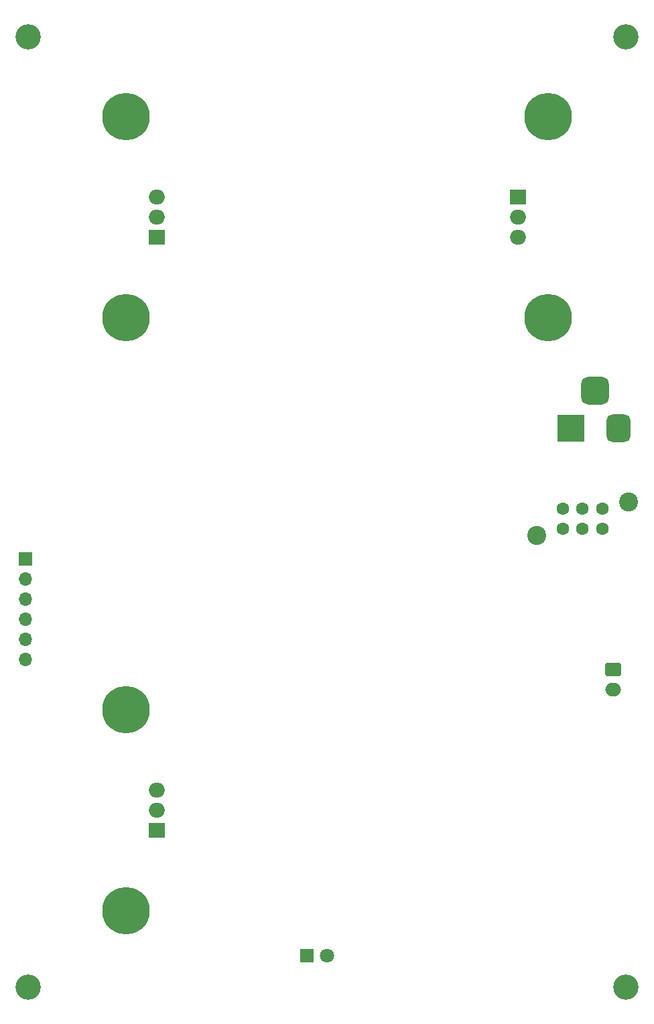
<source format=gbs>
G04 #@! TF.GenerationSoftware,KiCad,Pcbnew,8.0.8-2.fc41*
G04 #@! TF.CreationDate,2025-02-23T17:11:56+00:00*
G04 #@! TF.ProjectId,Power_supply,506f7765-725f-4737-9570-706c792e6b69,rev?*
G04 #@! TF.SameCoordinates,Original*
G04 #@! TF.FileFunction,Soldermask,Bot*
G04 #@! TF.FilePolarity,Negative*
%FSLAX46Y46*%
G04 Gerber Fmt 4.6, Leading zero omitted, Abs format (unit mm)*
G04 Created by KiCad (PCBNEW 8.0.8-2.fc41) date 2025-02-23 17:11:56*
%MOMM*%
%LPD*%
G01*
G04 APERTURE LIST*
G04 Aperture macros list*
%AMRoundRect*
0 Rectangle with rounded corners*
0 $1 Rounding radius*
0 $2 $3 $4 $5 $6 $7 $8 $9 X,Y pos of 4 corners*
0 Add a 4 corners polygon primitive as box body*
4,1,4,$2,$3,$4,$5,$6,$7,$8,$9,$2,$3,0*
0 Add four circle primitives for the rounded corners*
1,1,$1+$1,$2,$3*
1,1,$1+$1,$4,$5*
1,1,$1+$1,$6,$7*
1,1,$1+$1,$8,$9*
0 Add four rect primitives between the rounded corners*
20,1,$1+$1,$2,$3,$4,$5,0*
20,1,$1+$1,$4,$5,$6,$7,0*
20,1,$1+$1,$6,$7,$8,$9,0*
20,1,$1+$1,$8,$9,$2,$3,0*%
G04 Aperture macros list end*
%ADD10RoundRect,0.250000X-0.750000X0.600000X-0.750000X-0.600000X0.750000X-0.600000X0.750000X0.600000X0*%
%ADD11O,2.000000X1.700000*%
%ADD12R,1.800000X1.800000*%
%ADD13C,1.800000*%
%ADD14R,1.700000X1.700000*%
%ADD15O,1.700000X1.700000*%
%ADD16C,3.200000*%
%ADD17R,2.000000X1.905000*%
%ADD18O,2.000000X1.905000*%
%ADD19C,6.000000*%
%ADD20R,3.500000X3.500000*%
%ADD21RoundRect,0.750000X0.750000X1.000000X-0.750000X1.000000X-0.750000X-1.000000X0.750000X-1.000000X0*%
%ADD22RoundRect,0.875000X0.875000X0.875000X-0.875000X0.875000X-0.875000X-0.875000X0.875000X-0.875000X0*%
%ADD23C,2.400000*%
%ADD24C,1.600000*%
G04 APERTURE END LIST*
D10*
X180865000Y-119400000D03*
D11*
X180865000Y-121900000D03*
D12*
X142240000Y-155575000D03*
D13*
X144780000Y-155575000D03*
D14*
X106680000Y-105380000D03*
D15*
X106680000Y-107920000D03*
X106680000Y-110460000D03*
X106680000Y-113000000D03*
X106680000Y-115540000D03*
X106680000Y-118080000D03*
D16*
X107000000Y-39500000D03*
D17*
X123225000Y-139700000D03*
D18*
X123225000Y-137160000D03*
X123225000Y-134620000D03*
D17*
X123225000Y-64770000D03*
D18*
X123225000Y-62230000D03*
X123225000Y-59690000D03*
D19*
X119380000Y-149860000D03*
X119380000Y-124460000D03*
D16*
X182500000Y-39500000D03*
D17*
X168875000Y-59690000D03*
D18*
X168875000Y-62230000D03*
X168875000Y-64770000D03*
D16*
X107000000Y-159500000D03*
D19*
X119380000Y-74930000D03*
X119380000Y-49530000D03*
D20*
X175610000Y-88900000D03*
D21*
X181610000Y-88900000D03*
D22*
X178610000Y-84200000D03*
D16*
X182500000Y-159500000D03*
D19*
X172720000Y-49530000D03*
X172720000Y-74930000D03*
D23*
X171238000Y-102430000D03*
X182838000Y-98230000D03*
D24*
X174538000Y-101580000D03*
X177038000Y-101580000D03*
X179538000Y-101580000D03*
X174538000Y-99080000D03*
X177038000Y-99080000D03*
X179538000Y-99080000D03*
M02*

</source>
